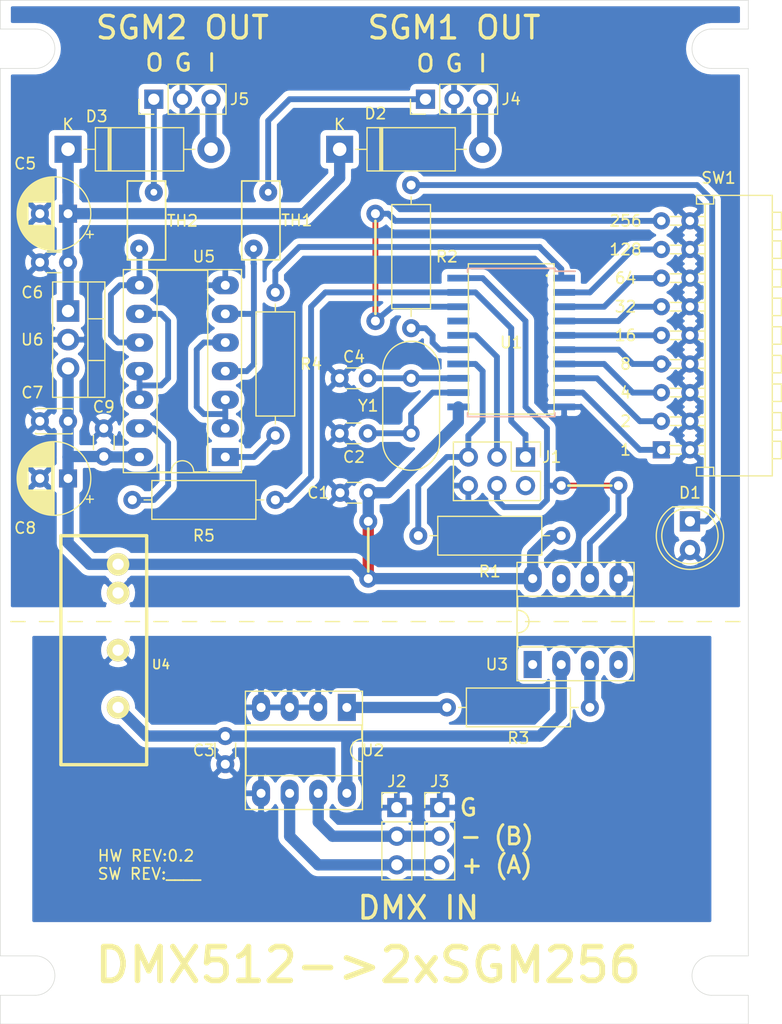
<source format=kicad_pcb>
(kicad_pcb (version 20171130) (host pcbnew "(5.1.5)-3")
  (title_block (title DMX2SGM) (date 13.09.2019) (rev 0.2) (company Gabs'e) (comment 1 "CC BY-NC-SA"))
  (layers (0 F.Cu signal) (31 B.Cu signal) (34 B.Paste user) (35 F.Paste user) (36 B.SilkS user) (37 F.SilkS user) (38 B.Mask user) (39 F.Mask user) (44 Edge.Cuts user))
  (net 0 "")
  (net 1 +5VD)
  (net 2 GNDD)
  (net 3 +5V)
  (net 4 GND)
  (net 5 "Net-(C4-Pad1)")
  (net 6 +VSW)
  (net 7 "Net-(D1-Pad1)")
  (net 8 ICSP_MISO)
  (net 9 ICSP_SCL)
  (net 10 DMX)
  (net 11 RESET)
  (net 12 "Net-(J2-Pad3)")
  (net 13 "Net-(R2-Pad2)")
  (net 14 "Net-(TH1-Pad2)")
  (net 15 "Net-(TH2-Pad2)")
  (net 16 "Net-(C2-Pad2)")
  (net 17 "Net-(R3-Pad2)")
  (net 18 "Net-(R3-Pad1)")
  (net 19 "Net-(U5-Pad2)")
  (net 20 "Net-(U5-Pad11)")
  (net 21 SGM_OUT_1)
  (net 22 "Net-(D2-Pad2)")
  (net 23 "Net-(D3-Pad2)")
  (net 24 "Net-(J4-Pad1)")
  (net 25 /ADDRESS_8)
  (net 26 /ADDRESS_7)
  (net 27 /ADDRESS_6)
  (net 28 /ADDRESS_5)
  (net 29 /ADDRESS_4)
  (net 30 /ADDRESS_3)
  (net 31 /ADDRESS_2)
  (net 32 /ADDRESS_1)
  (net 33 /ADDRESS_0)
  (net 34 "Net-(J5-Pad1)")
  (net 35 "Net-(J2-Pad2)")
  (net 36 "Net-(R5-Pad1)")
  (net 37 "Net-(R4-Pad1)")
  (module Crystal:Crystal_HC49-4H_Vertical (layer F.Cu) (at 96.52 83.185 270)
    (fp_text reference Y1 (at 2.44 3.81 180) (layer F.SilkS))
    (fp_text value 12MHz)
    (pad 2 thru_hole circle (at 4.88 0 270) (size 1.5 1.5) (drill 0.8) (layers *.Cu *.Mask) (net 16 "Net-(C2-Pad2)"))
    (pad 1 thru_hole circle (at 0 0 270) (size 1.5 1.5) (drill 0.8) (layers *.Cu *.Mask) (net 5 "Net-(C4-Pad1)"))
  )
  (module Package_DIP:DIP-14_W7.62mm_Socket_LongPads (layer F.Cu) (at 80.01 90.17 180)
    (fp_text reference U5 (at 1.905 17.78) (layer F.SilkS))
    (fp_text value 74HC14)
    (pad 14 thru_hole oval (at 7.62 0 180) (size 2.4 1.6) (drill 0.8) (layers *.Cu *.Mask) (net 1 +5VD))
    (pad 7 thru_hole oval (at 0 15.24 180) (size 2.4 1.6) (drill 0.8) (layers *.Cu *.Mask) (net 2 GNDD))
    (pad 13 thru_hole oval (at 7.62 2.54 180) (size 2.4 1.6) (drill 0.8) (layers *.Cu *.Mask) (net 36 "Net-(R5-Pad1)"))
    (pad 6 thru_hole oval (at 0 12.7 180) (size 2.4 1.6) (drill 0.8) (layers *.Cu *.Mask) (net 14 "Net-(TH1-Pad2)"))
    (pad 12 thru_hole oval (at 7.62 5.08 180) (size 2.4 1.6) (drill 0.8) (layers *.Cu *.Mask) (net 20 "Net-(U5-Pad11)"))
    (pad 5 thru_hole oval (at 0 10.16 180) (size 2.4 1.6) (drill 0.8) (layers *.Cu *.Mask) (net 19 "Net-(U5-Pad2)"))
    (pad 11 thru_hole oval (at 7.62 7.62 180) (size 2.4 1.6) (drill 0.8) (layers *.Cu *.Mask) (net 20 "Net-(U5-Pad11)"))
    (pad 4 thru_hole oval (at 0 7.62 180) (size 2.4 1.6) (drill 0.8) (layers *.Cu *.Mask) (net 14 "Net-(TH1-Pad2)"))
    (pad 10 thru_hole oval (at 7.62 10.16 180) (size 2.4 1.6) (drill 0.8) (layers *.Cu *.Mask) (net 15 "Net-(TH2-Pad2)"))
    (pad 3 thru_hole oval (at 0 5.08 180) (size 2.4 1.6) (drill 0.8) (layers *.Cu *.Mask) (net 19 "Net-(U5-Pad2)"))
    (pad 9 thru_hole oval (at 7.62 12.7 180) (size 2.4 1.6) (drill 0.8) (layers *.Cu *.Mask) (net 20 "Net-(U5-Pad11)"))
    (pad 2 thru_hole oval (at 0 2.54 180) (size 2.4 1.6) (drill 0.8) (layers *.Cu *.Mask) (net 19 "Net-(U5-Pad2)"))
    (pad 8 thru_hole oval (at 7.62 15.24 180) (size 2.4 1.6) (drill 0.8) (layers *.Cu *.Mask) (net 15 "Net-(TH2-Pad2)"))
    (pad 1 thru_hole rect (at 0 0 180) (size 2.4 1.6) (drill 0.8) (layers *.Cu *.Mask) (net 37 "Net-(R4-Pad1)"))
  )
  (module Package_TO_SOT_THT:TO-220-3_Vertical (layer F.Cu) (at 66.04 77.216 270)
    (fp_text reference U6 (at 2.54 3.175 180) (layer F.SilkS))
    (fp_text value 7805)
    (pad 3 thru_hole oval (at 5.08 0 270) (size 1.905 2) (drill 1.1) (layers *.Cu *.Mask) (net 1 +5VD))
    (pad 2 thru_hole oval (at 2.54 0 270) (size 1.905 2) (drill 1.1) (layers *.Cu *.Mask) (net 2 GNDD))
    (pad 1 thru_hole rect (at 0 0 270) (size 1.905 2) (drill 1.1) (layers *.Cu *.Mask) (net 6 +VSW))
  )
  (module Capacitor_THT:C_Disc_D3.0mm_W2.0mm_P2.50mm (layer F.Cu) (at 66.04 86.995 180)
    (fp_text reference C7 (at 3.175 2.54) (layer F.SilkS))
    (fp_text value 100n)
    (pad 2 thru_hole circle (at 2.5 0 180) (size 1.6 1.6) (drill 0.8) (layers *.Cu *.Mask) (net 2 GNDD))
    (pad 1 thru_hole circle (at 0 0 180) (size 1.6 1.6) (drill 0.8) (layers *.Cu *.Mask) (net 1 +5VD))
  )
  (module Capacitor_THT:C_Disc_D3.0mm_W1.6mm_P2.50mm (layer F.Cu) (at 69.215 90.13 90)
    (fp_text reference C9 (at 4.405 0 180) (layer F.SilkS))
    (fp_text value 100n)
    (pad 2 thru_hole circle (at 2.5 0 90) (size 1.6 1.6) (drill 0.8) (layers *.Cu *.Mask) (net 2 GNDD))
    (pad 1 thru_hole circle (at 0 0 90) (size 1.6 1.6) (drill 0.8) (layers *.Cu *.Mask) (net 1 +5VD))
  )
  (module Capacitor_THT:CP_Radial_D6.3mm_P2.50mm (layer F.Cu) (at 66.04 92.075 180)
    (fp_text reference C8 (at 3.81 -4.4) (layer F.SilkS))
    (fp_text value 1µ)
    (pad 2 thru_hole circle (at 2.5 0 180) (size 1.6 1.6) (drill 0.8) (layers *.Cu *.Mask) (net 2 GNDD))
    (pad 1 thru_hole rect (at 0 0 180) (size 1.6 1.6) (drill 0.8) (layers *.Cu *.Mask) (net 1 +5VD))
  )
  (module Capacitor_THT:C_Disc_D3.0mm_W1.6mm_P2.50mm (layer F.Cu) (at 66.04 72.898 180)
    (fp_text reference C6 (at 3.175 -2.667) (layer F.SilkS))
    (fp_text value 100n)
    (pad 2 thru_hole circle (at 2.5 0 180) (size 1.6 1.6) (drill 0.8) (layers *.Cu *.Mask) (net 2 GNDD))
    (pad 1 thru_hole circle (at 0 0 180) (size 1.6 1.6) (drill 0.8) (layers *.Cu *.Mask) (net 6 +VSW))
  )
  (module Capacitor_THT:CP_Radial_D6.3mm_P2.50mm (layer F.Cu) (at 66.04 68.58 180)
    (fp_text reference C5 (at 3.81 4.445) (layer F.SilkS))
    (fp_text value 10µ)
    (pad 2 thru_hole circle (at 2.5 0 180) (size 1.6 1.6) (drill 0.8) (layers *.Cu *.Mask) (net 2 GNDD))
    (pad 1 thru_hole rect (at 0 0 180) (size 1.6 1.6) (drill 0.8) (layers *.Cu *.Mask) (net 6 +VSW))
  )
  (module Package_DIP:DIP-8_W7.62mm_Socket_LongPads (layer F.Cu) (at 107.315 108.585 90)
    (fp_text reference U3 (at 0 -3.175) (layer F.SilkS))
    (fp_text value 6N137)
    (pad 8 thru_hole oval (at 7.62 0 90) (size 2.4 1.6) (drill 0.8) (layers *.Cu *.Mask) (net 1 +5VD))
    (pad 4 thru_hole oval (at 0 7.62 90) (size 2.4 1.6) (drill 0.8) (layers *.Cu *.Mask))
    (pad 7 thru_hole oval (at 7.62 2.54 90) (size 2.4 1.6) (drill 0.8) (layers *.Cu *.Mask))
    (pad 3 thru_hole oval (at 0 5.08 90) (size 2.4 1.6) (drill 0.8) (layers *.Cu *.Mask) (net 18 "Net-(R3-Pad1)"))
    (pad 6 thru_hole oval (at 7.62 5.08 90) (size 2.4 1.6) (drill 0.8) (layers *.Cu *.Mask) (net 10 DMX))
    (pad 2 thru_hole oval (at 0 2.54 90) (size 2.4 1.6) (drill 0.8) (layers *.Cu *.Mask) (net 3 +5V))
    (pad 5 thru_hole oval (at 7.62 7.62 90) (size 2.4 1.6) (drill 0.8) (layers *.Cu *.Mask) (net 2 GNDD))
    (pad 1 thru_hole rect (at 0 0 90) (size 2.4 1.6) (drill 0.8) (layers *.Cu *.Mask))
  )
  (module Package_DIP:DIP-8_W7.62mm_Socket_LongPads (layer F.Cu) (at 90.805 112.395 270)
    (fp_text reference U2 (at 3.81 -2.33 180) (layer F.SilkS))
    (fp_text value 485)
    (pad 8 thru_hole oval (at 7.62 0 270) (size 2.4 1.6) (drill 0.8) (layers *.Cu *.Mask) (net 3 +5V))
    (pad 4 thru_hole oval (at 0 7.62 270) (size 2.4 1.6) (drill 0.8) (layers *.Cu *.Mask) (net 4 GND))
    (pad 7 thru_hole oval (at 7.62 2.54 270) (size 2.4 1.6) (drill 0.8) (layers *.Cu *.Mask) (net 35 "Net-(J2-Pad2)"))
    (pad 3 thru_hole oval (at 0 5.08 270) (size 2.4 1.6) (drill 0.8) (layers *.Cu *.Mask) (net 4 GND))
    (pad 6 thru_hole oval (at 7.62 5.08 270) (size 2.4 1.6) (drill 0.8) (layers *.Cu *.Mask) (net 12 "Net-(J2-Pad3)"))
    (pad 2 thru_hole oval (at 0 2.54 270) (size 2.4 1.6) (drill 0.8) (layers *.Cu *.Mask) (net 4 GND))
    (pad 5 thru_hole oval (at 7.62 7.62 270) (size 2.4 1.6) (drill 0.8) (layers *.Cu *.Mask) (net 4 GND))
    (pad 1 thru_hole rect (at 0 0 270) (size 2.4 1.6) (drill 0.8) (layers *.Cu *.Mask) (net 17 "Net-(R3-Pad2)"))
  )
  (module Varistor:RV_Disc_D7mm_W3.4mm_P5mm (layer F.Cu) (at 73.66 66.675 270)
    (fp_text reference TH2 (at 2.54 -2.54 180) (layer F.SilkS))
    (fp_text value B59990C0120A07)
    (pad 2 thru_hole circle (at 5 1.3 270) (size 1.6 1.6) (drill 0.6) (layers *.Cu *.Mask) (net 15 "Net-(TH2-Pad2)"))
    (pad 1 thru_hole circle (at 0 0 270) (size 1.6 1.6) (drill 0.6) (layers *.Cu *.Mask) (net 34 "Net-(J5-Pad1)"))
  )
  (module Varistor:RV_Disc_D7mm_W3.4mm_P5mm (layer F.Cu) (at 83.82 66.675 270)
    (fp_text reference TH1 (at 2.5 -2.54 180) (layer F.SilkS))
    (fp_text value B59990C0120A07)
    (pad 2 thru_hole circle (at 5 1.3 270) (size 1.6 1.6) (drill 0.6) (layers *.Cu *.Mask) (net 14 "Net-(TH1-Pad2)"))
    (pad 1 thru_hole circle (at 0 0 270) (size 1.6 1.6) (drill 0.6) (layers *.Cu *.Mask) (net 24 "Net-(J4-Pad1)"))
  )
  (module Resistor_THT:R_Axial_DIN0309_L9.0mm_D3.2mm_P12.70mm_Horizontal (layer F.Cu) (at 71.755 93.98)
    (fp_text reference R5 (at 6.35 3.175) (layer F.SilkS))
    (fp_text value 390R)
    (pad 2 thru_hole oval (at 12.7 0) (size 1.6 1.6) (drill 0.8) (layers *.Cu *.Mask) (net 8 ICSP_MISO))
    (pad 1 thru_hole circle (at 0 0) (size 1.6 1.6) (drill 0.8) (layers *.Cu *.Mask) (net 36 "Net-(R5-Pad1)"))
  )
  (module Resistor_THT:R_Axial_DIN0309_L9.0mm_D3.2mm_P12.70mm_Horizontal (layer F.Cu) (at 84.455 88.265 90)
    (fp_text reference R4 (at 6.35 3.175) (layer F.SilkS))
    (fp_text value 390R)
    (pad 2 thru_hole oval (at 12.7 0 90) (size 1.6 1.6) (drill 0.8) (layers *.Cu *.Mask) (net 21 SGM_OUT_1))
    (pad 1 thru_hole circle (at 0 0 90) (size 1.6 1.6) (drill 0.8) (layers *.Cu *.Mask) (net 37 "Net-(R4-Pad1)"))
  )
  (module Resistor_THT:R_Axial_DIN0309_L9.0mm_D3.2mm_P12.70mm_Horizontal (layer F.Cu) (at 112.395 112.395 180)
    (fp_text reference R3 (at 6.35 -2.72) (layer F.SilkS))
    (fp_text value 390R)
    (pad 2 thru_hole oval (at 12.7 0 180) (size 1.6 1.6) (drill 0.8) (layers *.Cu *.Mask) (net 17 "Net-(R3-Pad2)"))
    (pad 1 thru_hole circle (at 0 0 180) (size 1.6 1.6) (drill 0.8) (layers *.Cu *.Mask) (net 18 "Net-(R3-Pad1)"))
  )
  (module Resistor_THT:R_Axial_DIN0309_L9.0mm_D3.2mm_P12.70mm_Horizontal (layer F.Cu) (at 96.52 66.04 270)
    (fp_text reference R2 (at 6.35 -3.175 180) (layer F.SilkS))
    (fp_text value 390R)
    (pad 2 thru_hole oval (at 12.7 0 270) (size 1.6 1.6) (drill 0.8) (layers *.Cu *.Mask) (net 13 "Net-(R2-Pad2)"))
    (pad 1 thru_hole circle (at 0 0 270) (size 1.6 1.6) (drill 0.8) (layers *.Cu *.Mask) (net 7 "Net-(D1-Pad1)"))
  )
  (module Resistor_THT:R_Axial_DIN0309_L9.0mm_D3.2mm_P12.70mm_Horizontal (layer F.Cu) (at 97.155 97.155)
    (fp_text reference R1 (at 6.35 3.175) (layer F.SilkS))
    (fp_text value 2K2)
    (pad 2 thru_hole oval (at 12.7 0) (size 1.6 1.6) (drill 0.8) (layers *.Cu *.Mask) (net 1 +5VD))
    (pad 1 thru_hole circle (at 0 0) (size 1.6 1.6) (drill 0.8) (layers *.Cu *.Mask) (net 11 RESET))
  )
  (module Connector_PinHeader_2.54mm:PinHeader_1x03_P2.54mm_Vertical (layer F.Cu) (at 73.66 58.42 90)
    (fp_text reference J5 (at 0 7.62 180) (layer F.SilkS))
    (fp_text value Conn_01x03)
    (pad 3 thru_hole oval (at 0 5.08 90) (size 1.7 1.7) (drill 1) (layers *.Cu *.Mask) (net 23 "Net-(D3-Pad2)"))
    (pad 2 thru_hole oval (at 0 2.54 90) (size 1.7 1.7) (drill 1) (layers *.Cu *.Mask) (net 2 GNDD))
    (pad 1 thru_hole rect (at 0 0 90) (size 1.7 1.7) (drill 1) (layers *.Cu *.Mask) (net 34 "Net-(J5-Pad1)"))
  )
  (module Connector_PinHeader_2.54mm:PinHeader_1x03_P2.54mm_Vertical (layer F.Cu) (at 97.79 58.42 90)
    (fp_text reference J4 (at 0 7.62 180) (layer F.SilkS))
    (fp_text value Conn_01x03)
    (pad 3 thru_hole oval (at 0 5.08 90) (size 1.7 1.7) (drill 1) (layers *.Cu *.Mask) (net 22 "Net-(D2-Pad2)"))
    (pad 2 thru_hole oval (at 0 2.54 90) (size 1.7 1.7) (drill 1) (layers *.Cu *.Mask) (net 2 GNDD))
    (pad 1 thru_hole rect (at 0 0 90) (size 1.7 1.7) (drill 1) (layers *.Cu *.Mask) (net 24 "Net-(J4-Pad1)"))
  )
  (module Connector_PinHeader_2.54mm:PinHeader_1x03_P2.54mm_Vertical (layer F.Cu) (at 99.06 121.285)
    (fp_text reference J3 (at 0 -2.33) (layer F.SilkS))
    (fp_text value Conn_01x03)
    (pad 3 thru_hole oval (at 0 5.08) (size 1.7 1.7) (drill 1) (layers *.Cu *.Mask) (net 12 "Net-(J2-Pad3)"))
    (pad 2 thru_hole oval (at 0 2.54) (size 1.7 1.7) (drill 1) (layers *.Cu *.Mask) (net 35 "Net-(J2-Pad2)"))
    (pad 1 thru_hole rect (at 0 0) (size 1.7 1.7) (drill 1) (layers *.Cu *.Mask) (net 4 GND))
  )
  (module Connector_PinHeader_2.54mm:PinHeader_1x03_P2.54mm_Vertical (layer F.Cu) (at 95.25 121.285)
    (fp_text reference J2 (at 0 -2.33) (layer F.SilkS))
    (fp_text value Conn_01x03)
    (pad 3 thru_hole oval (at 0 5.08) (size 1.7 1.7) (drill 1) (layers *.Cu *.Mask) (net 12 "Net-(J2-Pad3)"))
    (pad 2 thru_hole oval (at 0 2.54) (size 1.7 1.7) (drill 1) (layers *.Cu *.Mask) (net 35 "Net-(J2-Pad2)"))
    (pad 1 thru_hole rect (at 0 0) (size 1.7 1.7) (drill 1) (layers *.Cu *.Mask) (net 4 GND))
  )
  (module Connector_PinHeader_2.54mm:PinHeader_2x03_P2.54mm_Vertical (layer F.Cu) (at 106.68 90.17 270)
    (fp_text reference J1 (at 0 -2.33 180) (layer F.SilkS))
    (fp_text value AVR-ISP-6)
    (pad 6 thru_hole oval (at 2.54 5.08 270) (size 1.7 1.7) (drill 1) (layers *.Cu *.Mask) (net 2 GNDD))
    (pad 5 thru_hole oval (at 0 5.08 270) (size 1.7 1.7) (drill 1) (layers *.Cu *.Mask) (net 11 RESET))
    (pad 4 thru_hole oval (at 2.54 2.54 270) (size 1.7 1.7) (drill 1) (layers *.Cu *.Mask) (net 10 DMX))
    (pad 3 thru_hole oval (at 0 2.54 270) (size 1.7 1.7) (drill 1) (layers *.Cu *.Mask) (net 9 ICSP_SCL))
    (pad 2 thru_hole oval (at 2.54 0 270) (size 1.7 1.7) (drill 1) (layers *.Cu *.Mask))
    (pad 1 thru_hole rect (at 0 0 270) (size 1.7 1.7) (drill 1) (layers *.Cu *.Mask) (net 8 ICSP_MISO))
  )
  (module Diode_THT:D_DO-15_P12.70mm_Horizontal (layer F.Cu) (at 66.04 62.865)
    (fp_text reference D3 (at 2.54 -2.92) (layer F.SilkS))
    (fp_text value 1N4007)
    (fp_text user K (at 0 -2.2) (layer F.SilkS))
    (pad 2 thru_hole oval (at 12.7 0) (size 2.4 2.4) (drill 1.2) (layers *.Cu *.Mask) (net 23 "Net-(D3-Pad2)"))
    (pad 1 thru_hole rect (at 0 0) (size 2.4 2.4) (drill 1.2) (layers *.Cu *.Mask) (net 6 +VSW))
  )
  (module Diode_THT:D_DO-15_P12.70mm_Horizontal (layer F.Cu) (at 90.17 62.865)
    (fp_text reference D2 (at 3.175 -3.175) (layer F.SilkS))
    (fp_text value 1N4007)
    (fp_text user K (at 0 -2.2) (layer F.SilkS))
    (pad 2 thru_hole oval (at 12.7 0) (size 2.4 2.4) (drill 1.2) (layers *.Cu *.Mask) (net 22 "Net-(D2-Pad2)"))
    (pad 1 thru_hole rect (at 0 0) (size 2.4 2.4) (drill 1.2) (layers *.Cu *.Mask) (net 6 +VSW))
  )
  (module LED_THT:LED_D5.0mm (layer F.Cu) (at 121.285 95.885 270)
    (fp_text reference D1 (at -2.54 0 180) (layer F.SilkS))
    (fp_text value LED)
    (pad 2 thru_hole circle (at 2.54 0 270) (size 1.8 1.8) (drill 0.9) (layers *.Cu *.Mask) (net 2 GNDD))
    (pad 1 thru_hole rect (at 0 0 270) (size 1.8 1.8) (drill 0.9) (layers *.Cu *.Mask) (net 7 "Net-(D1-Pad1)"))
  )
  (module Capacitor_THT:C_Disc_D3.0mm_W1.6mm_P2.50mm (layer F.Cu) (at 92.67 83.185 180)
    (fp_text reference C4 (at 1.23 1.905) (layer F.SilkS))
    (fp_text value 22p)
    (pad 2 thru_hole circle (at 2.5 0 180) (size 1.6 1.6) (drill 0.8) (layers *.Cu *.Mask) (net 2 GNDD))
    (pad 1 thru_hole circle (at 0 0 180) (size 1.6 1.6) (drill 0.8) (layers *.Cu *.Mask) (net 5 "Net-(C4-Pad1)"))
  )
  (module Capacitor_THT:C_Disc_D3.0mm_W1.6mm_P2.50mm (layer F.Cu) (at 80.01 114.935 270)
    (fp_text reference C3 (at 1.27 1.905 180) (layer F.SilkS))
    (fp_text value 100n)
    (pad 2 thru_hole circle (at 2.5 0 270) (size 1.6 1.6) (drill 0.8) (layers *.Cu *.Mask) (net 4 GND))
    (pad 1 thru_hole circle (at 0 0 270) (size 1.6 1.6) (drill 0.8) (layers *.Cu *.Mask) (net 3 +5V))
  )
  (module Capacitor_THT:C_Disc_D3.0mm_W1.6mm_P2.50mm (layer F.Cu) (at 90.17 88.0745)
    (fp_text reference C2 (at 1.27 2.0955) (layer F.SilkS))
    (fp_text value 22p)
    (pad 2 thru_hole circle (at 2.5 0) (size 1.6 1.6) (drill 0.8) (layers *.Cu *.Mask) (net 16 "Net-(C2-Pad2)"))
    (pad 1 thru_hole circle (at 0 0) (size 1.6 1.6) (drill 0.8) (layers *.Cu *.Mask) (net 2 GNDD))
  )
  (module Capacitor_THT:C_Disc_D3.0mm_W1.6mm_P2.50mm (layer F.Cu) (at 92.71 93.345 180)
    (fp_text reference C1 (at 4.445 0) (layer F.SilkS))
    (fp_text value 100n)
    (pad 2 thru_hole circle (at 2.5 0 180) (size 1.6 1.6) (drill 0.8) (layers *.Cu *.Mask) (net 2 GNDD))
    (pad 1 thru_hole circle (at 0 0 180) (size 1.6 1.6) (drill 0.8) (layers *.Cu *.Mask) (net 1 +5VD))
  )
  (module Wire_Pads:SolderWirePad_single_0-8mmDrill (layer F.Cu) (at 92.71 95.885)
    (fp_text reference REF** hide)
    (fp_text value SolderWirePad_single_0-8mmDrill hide)
    (pad 1 thru_hole oval (at 0 0) (size 1.6 1.6) (drill 0.8) (layers *.Cu *.Mask) (net 1 +5VD))
  )
  (module Wire_Pads:SolderWirePad_single_0-8mmDrill (layer F.Cu) (at 92.71 100.965)
    (fp_text reference REF** hide)
    (fp_text value SolderWirePad_single_0-8mmDrill hide)
    (pad 1 thru_hole oval (at 0 0) (size 1.6 1.6) (drill 0.8) (layers *.Cu *.Mask) (net 1 +5VD))
  )
  (module Wire_Pads:SolderWirePad_single_0-8mmDrill (layer F.Cu) (at 109.855 92.71)
    (fp_text reference REF** hide)
    (fp_text value SolderWirePad_single_0-8mmDrill hide)
    (pad 1 thru_hole oval (at 0 0) (size 1.6 1.6) (drill 0.8) (layers *.Cu *.Mask) (net 10 DMX))
  )
  (module Wire_Pads:SolderWirePad_single_0-8mmDrill (layer F.Cu) (at 114.935 92.71)
    (fp_text reference REF** hide)
    (fp_text value SolderWirePad_single_0-8mmDrill hide)
    (pad 1 thru_hole oval (at 0 0) (size 1.6 1.6) (drill 0.8) (layers *.Cu *.Mask) (net 10 DMX))
  )
  (module Wire_Pads:SolderWirePad_single_0-8mmDrill (layer F.Cu) (at 93.345 68.58)
    (fp_text reference REF** hide)
    (fp_text value SolderWirePad_single_0-8mmDrill hide)
    (pad 1 thru_hole oval (at 0 0) (size 1.6 1.6) (drill 0.8) (layers *.Cu *.Mask) (net 25 /ADDRESS_8))
  )
  (module Wire_Pads:SolderWirePad_single_0-8mmDrill (layer F.Cu) (at 93.345 78.105)
    (fp_text reference REF** hide)
    (fp_text value SolderWirePad_single_0-8mmDrill hide)
    (pad 1 thru_hole oval (at 0 0) (size 1.6 1.6) (drill 0.8) (layers *.Cu *.Mask) (net 25 /ADDRESS_8))
  )
  (module manuf:BD09AV (layer F.Cu) (at 118.745 89.535)
    (fp_text reference SW1 (at 5.08 -24.13) (layer F.SilkS))
    (fp_text value BD09AV)
    (pad 18 thru_hole circle (at 2.54 0) (size 1.524 1.524) (drill 0.762) (layers *.Cu *.Mask) (net 2 GNDD))
    (pad 17 thru_hole circle (at 2.54 -2.54) (size 1.524 1.524) (drill 0.762) (layers *.Cu *.Mask) (net 2 GNDD))
    (pad 16 thru_hole circle (at 2.54 -5.08) (size 1.524 1.524) (drill 0.762) (layers *.Cu *.Mask) (net 2 GNDD))
    (pad 15 thru_hole circle (at 2.54 -7.62) (size 1.524 1.524) (drill 0.762) (layers *.Cu *.Mask) (net 2 GNDD))
    (pad 14 thru_hole circle (at 2.54 -10.16) (size 1.524 1.524) (drill 0.762) (layers *.Cu *.Mask) (net 2 GNDD))
    (pad 13 thru_hole circle (at 2.54 -12.7) (size 1.524 1.524) (drill 0.762) (layers *.Cu *.Mask) (net 2 GNDD))
    (pad 12 thru_hole circle (at 2.54 -15.24) (size 1.524 1.524) (drill 0.762) (layers *.Cu *.Mask) (net 2 GNDD))
    (pad 11 thru_hole circle (at 2.54 -17.78) (size 1.524 1.524) (drill 0.762) (layers *.Cu *.Mask) (net 2 GNDD))
    (pad 10 thru_hole circle (at 2.54 -20.32) (size 1.524 1.524) (drill 0.762) (layers *.Cu *.Mask) (net 2 GNDD))
    (pad 9 thru_hole circle (at 0 -20.32) (size 1.524 1.524) (drill 0.762) (layers *.Cu *.Mask) (net 25 /ADDRESS_8))
    (pad 8 thru_hole circle (at 0 -17.78) (size 1.524 1.524) (drill 0.762) (layers *.Cu *.Mask) (net 26 /ADDRESS_7))
    (pad 7 thru_hole circle (at 0 -15.24) (size 1.524 1.524) (drill 0.762) (layers *.Cu *.Mask) (net 27 /ADDRESS_6))
    (pad 6 thru_hole circle (at 0 -12.7) (size 1.524 1.524) (drill 0.762) (layers *.Cu *.Mask) (net 28 /ADDRESS_5))
    (pad 5 thru_hole circle (at 0 -10.16) (size 1.524 1.524) (drill 0.762) (layers *.Cu *.Mask) (net 29 /ADDRESS_4))
    (pad 4 thru_hole circle (at 0 -7.62) (size 1.524 1.524) (drill 0.762) (layers *.Cu *.Mask) (net 30 /ADDRESS_3))
    (pad 3 thru_hole circle (at 0 -5.08) (size 1.524 1.524) (drill 0.762) (layers *.Cu *.Mask) (net 31 /ADDRESS_2))
    (pad 2 thru_hole circle (at 0 -2.54) (size 1.524 1.524) (drill 0.762) (layers *.Cu *.Mask) (net 32 /ADDRESS_1))
    (pad 1 thru_hole rect (at 0 0) (size 1.524 1.524) (drill 0.762) (layers *.Cu *.Mask) (net 33 /ADDRESS_0))
  )
  (module manuf:RECOM-REE-0505S (layer F.Cu) (at 70.485 107.315 270)
    (fp_text reference U4 (at 1.27 -3.81 180) (layer F.SilkS) (effects (font (size 0.8 0.8))))
    (fp_text value REE-0505S)
    (pad 1 thru_hole circle (at -7.62 0 270) (size 2 2) (drill 1) (layers *.Cu *.Mask F.SilkS) (net 1 +5VD))
    (pad 2 thru_hole circle (at -5.08 0 270) (size 2 2) (drill 1) (layers *.Cu *.Mask F.SilkS) (net 2 GNDD))
    (pad 4 thru_hole circle (at 0 0 270) (size 2 2) (drill 1) (layers *.Cu *.Mask F.SilkS) (net 4 GND))
    (pad 6 thru_hole circle (at 5.08 0 270) (size 2 2) (drill 1) (layers *.Cu *.Mask F.SilkS) (net 3 +5V))
  )
  (module Housings_SOIC:SOIC-20W_7.5x12.8mm_Pitch1.27mm (layer B.Cu) (at 105.41 80.01 180)
    (fp_text reference U1 (at 0 0 180) (layer F.SilkS))
    (fp_text value ATtiny1634)
    (pad 1 smd rect (at -4.7 5.715 180) (size 1.95 0.6) (layers B.Cu B.Paste B.Mask) (net 21 SGM_OUT_1))
    (pad 2 smd rect (at -4.7 4.445 180) (size 1.95 0.6) (layers B.Cu B.Paste B.Mask) (net 26 /ADDRESS_7))
    (pad 3 smd rect (at -4.7 3.175 180) (size 1.95 0.6) (layers B.Cu B.Paste B.Mask) (net 27 /ADDRESS_6))
    (pad 4 smd rect (at -4.7 1.905 180) (size 1.95 0.6) (layers B.Cu B.Paste B.Mask) (net 28 /ADDRESS_5))
    (pad 5 smd rect (at -4.7 0.635 180) (size 1.95 0.6) (layers B.Cu B.Paste B.Mask) (net 29 /ADDRESS_4))
    (pad 6 smd rect (at -4.7 -0.635 180) (size 1.95 0.6) (layers B.Cu B.Paste B.Mask) (net 30 /ADDRESS_3))
    (pad 7 smd rect (at -4.7 -1.905 180) (size 1.95 0.6) (layers B.Cu B.Paste B.Mask) (net 31 /ADDRESS_2))
    (pad 8 smd rect (at -4.7 -3.175 180) (size 1.95 0.6) (layers B.Cu B.Paste B.Mask) (net 32 /ADDRESS_1))
    (pad 9 smd rect (at -4.7 -4.445 180) (size 1.95 0.6) (layers B.Cu B.Paste B.Mask) (net 33 /ADDRESS_0))
    (pad 10 smd rect (at -4.7 -5.715 180) (size 1.95 0.6) (layers B.Cu B.Paste B.Mask) (net 2 GNDD))
    (pad 11 smd rect (at 4.7 -5.715 180) (size 1.95 0.6) (layers B.Cu B.Paste B.Mask) (net 1 +5VD))
    (pad 12 smd rect (at 4.7 -4.445 180) (size 1.95 0.6) (layers B.Cu B.Paste B.Mask) (net 16 "Net-(C2-Pad2)"))
    (pad 13 smd rect (at 4.7 -3.175 180) (size 1.95 0.6) (layers B.Cu B.Paste B.Mask) (net 5 "Net-(C4-Pad1)"))
    (pad 14 smd rect (at 4.7 -1.905 180) (size 1.95 0.6) (layers B.Cu B.Paste B.Mask) (net 11 RESET))
    (pad 15 smd rect (at 4.7 -0.635 180) (size 1.95 0.6) (layers B.Cu B.Paste B.Mask) (net 13 "Net-(R2-Pad2)"))
    (pad 16 smd rect (at 4.7 0.635 180) (size 1.95 0.6) (layers B.Cu B.Paste B.Mask) (net 9 ICSP_SCL))
    (pad 17 smd rect (at 4.7 1.905 180) (size 1.95 0.6) (layers B.Cu B.Paste B.Mask))
    (pad 18 smd rect (at 4.7 3.175 180) (size 1.95 0.6) (layers B.Cu B.Paste B.Mask) (net 25 /ADDRESS_8))
    (pad 19 smd rect (at 4.7 4.445 180) (size 1.95 0.6) (layers B.Cu B.Paste B.Mask) (net 8 ICSP_MISO))
    (pad 20 smd rect (at 4.7 5.715 180) (size 1.95 0.6) (layers B.Cu B.Paste B.Mask) (net 10 DMX))
  )
  (gr_text "SGM2 OUT" (at 76.2 52.07) (layer F.SilkS) (effects (font (size 2 2) (thickness 0.3))))
  (gr_line (start 126.47 49.64) (end 126.47 52.19) (layer Edge.Cuts) (width 0.05))
  (gr_line (start 60.02 52.19) (end 60.02 49.64) (layer Edge.Cuts) (width 0.05))
  (gr_line (start 126.47 49.64) (end 60.02 49.64) (layer Edge.Cuts) (width 0.05))
  (gr_line (start 60.02 140.49) (end 126.47 140.49) (layer Edge.Cuts) (width 0.05))
  (gr_line (start 92.71 96.52) (end 92.71 100.33) (layer F.SilkS) (width 0.24))
  (gr_line (start 110.49 92.71) (end 114.3 92.71) (layer F.SilkS) (width 0.24))
  (gr_line (start 93.345 69.215) (end 93.345 77.47) (layer F.SilkS) (width 0.24))
  (gr_text "HW REV:0.2\nSW REV:____" (at 68.58 126.365) (layer F.SilkS) (effects (font (size 1 1)) (justify left)))
  (gr_text . (at 108.585 73.66) (layer F.SilkS) (effects (font (size 1 1))))
  (gr_line (start 101.6 86.36) (end 101.6 73.025) (layer F.SilkS) (width 0.12))
  (gr_line (start 109.22 86.36) (end 101.6 86.36) (layer F.SilkS) (width 0.12))
  (gr_line (start 109.22 73.025) (end 109.22 86.36) (layer F.SilkS) (width 0.12))
  (gr_line (start 101.6 73.025) (end 109.22 73.025) (layer F.SilkS) (width 0.12))
  (gr_text 256 (at 115.57 69.215) (layer F.SilkS) (effects (font (size 1 1))))
  (gr_text 128 (at 115.57 71.755) (layer F.SilkS) (effects (font (size 1 1))))
  (gr_text 64 (at 115.57 74.295) (layer F.SilkS) (effects (font (size 1 1))))
  (gr_text 32 (at 115.57 76.835) (layer F.SilkS) (effects (font (size 1 1))))
  (gr_text 16 (at 115.57 79.375) (layer F.SilkS) (effects (font (size 1 1))))
  (gr_text 8 (at 115.57 81.915) (layer F.SilkS) (effects (font (size 1 1))))
  (gr_text 4 (at 115.57 84.455) (layer F.SilkS) (effects (font (size 1 1))))
  (gr_text 2 (at 115.57 86.995) (layer F.SilkS) (effects (font (size 1 1))))
  (gr_text 1 (at 115.57 89.535) (layer F.SilkS) (effects (font (size 1 1))))
  (gr_text DMX512->2xSGM256 (at 92.71 135.255) (layer F.SilkS) (effects (font (size 3 3) (thickness 0.5))))
  (gr_text "SGM1 OUT" (at 100.33 52.07) (layer F.SilkS) (effects (font (size 2 2) (thickness 0.3))))
  (gr_line (start 125.73 104.775) (end 124.46 104.775) (layer F.SilkS) (width 0.12))
  (gr_line (start 123.19 104.775) (end 121.92 104.775) (layer F.SilkS) (width 0.12))
  (gr_line (start 120.65 104.775) (end 119.38 104.775) (layer F.SilkS) (width 0.12))
  (gr_line (start 118.11 104.775) (end 116.84 104.775) (layer F.SilkS) (width 0.12))
  (gr_line (start 115.57 104.775) (end 114.3 104.775) (layer F.SilkS) (width 0.12))
  (gr_line (start 113.03 104.775) (end 111.76 104.775) (layer F.SilkS) (width 0.12))
  (gr_line (start 110.49 104.775) (end 109.22 104.775) (layer F.SilkS) (width 0.12))
  (gr_line (start 107.95 104.775) (end 106.68 104.775) (layer F.SilkS) (width 0.12))
  (gr_line (start 105.41 104.775) (end 104.14 104.775) (layer F.SilkS) (width 0.12))
  (gr_line (start 102.87 104.775) (end 101.6 104.775) (layer F.SilkS) (width 0.12))
  (gr_line (start 100.33 104.775) (end 99.06 104.775) (layer F.SilkS) (width 0.12))
  (gr_line (start 97.79 104.775) (end 96.52 104.775) (layer F.SilkS) (width 0.12))
  (gr_line (start 95.25 104.775) (end 93.98 104.775) (layer F.SilkS) (width 0.12))
  (gr_line (start 92.71 104.775) (end 91.44 104.775) (layer F.SilkS) (width 0.12))
  (gr_line (start 90.17 104.775) (end 88.9 104.775) (layer F.SilkS) (width 0.12))
  (gr_line (start 87.63 104.775) (end 86.36 104.775) (layer F.SilkS) (width 0.12))
  (gr_line (start 85.09 104.775) (end 83.82 104.775) (layer F.SilkS) (width 0.12))
  (gr_line (start 82.55 104.775) (end 81.28 104.775) (layer F.SilkS) (width 0.12))
  (gr_line (start 80.01 104.775) (end 78.74 104.775) (layer F.SilkS) (width 0.12))
  (gr_line (start 77.47 104.775) (end 76.2 104.775) (layer F.SilkS) (width 0.12))
  (gr_line (start 74.93 104.775) (end 73.66 104.775) (layer F.SilkS) (width 0.12))
  (gr_line (start 72.39 104.775) (end 71.12 104.775) (layer F.SilkS) (width 0.12))
  (gr_line (start 69.85 104.775) (end 68.58 104.775) (layer F.SilkS) (width 0.12))
  (gr_line (start 67.31 104.775) (end 66.04 104.775) (layer F.SilkS) (width 0.12))
  (gr_line (start 64.77 104.775) (end 63.5 104.775) (layer F.SilkS) (width 0.12))
  (gr_line (start 62.23 104.775) (end 60.96 104.775) (layer F.SilkS) (width 0.12))
  (gr_text G (at 76.26 55.185) (layer F.SilkS) (effects (font (size 1.5 1.5) (thickness 0.25))))
  (gr_text O (at 73.72 55.185) (layer F.SilkS) (effects (font (size 1.5 1.5) (thickness 0.25))))
  (gr_text I (at 78.8 55.185) (layer F.SilkS) (effects (font (size 1.5 1.5) (thickness 0.25))))
  (gr_text I (at 102.87 55.245) (layer F.SilkS) (effects (font (size 1.5 1.5) (thickness 0.25))))
  (gr_text O (at 97.79 55.245) (layer F.SilkS) (effects (font (size 1.5 1.5) (thickness 0.25))))
  (gr_text G (at 100.33 55.245) (layer F.SilkS) (effects (font (size 1.5 1.5) (thickness 0.25))))
  (gr_text G (at 101.6 121.285) (layer F.SilkS) (effects (font (size 1.5 1.5) (thickness 0.25))))
  (gr_text "- (B)" (at 104.14 123.825) (layer F.SilkS) (effects (font (size 1.5 1.5) (thickness 0.25))))
  (gr_text "+ (A)" (at 104.14 126.365) (layer F.SilkS) (effects (font (size 1.5 1.5) (thickness 0.25))))
  (gr_text "DMX IN" (at 97.155 130.175) (layer F.SilkS) (effects (font (size 2 2) (thickness 0.3))))
  (gr_line (start 60.02 55.69) (end 60.02 134.44) (layer Edge.Cuts) (width 0.05))
  (gr_line (start 60.02 140.49) (end 60.02 137.94) (layer Edge.Cuts) (width 0.05))
  (gr_line (start 126.47 137.94) (end 126.47 140.49) (layer Edge.Cuts) (width 0.05))
  (gr_line (start 126.47 134.44) (end 126.47 55.69) (layer Edge.Cuts) (width 0.05))
  (gr_line (start 63.12 55.69) (end 60.02 55.69) (layer Edge.Cuts) (width 0.05))
  (gr_line (start 63.12 52.19) (end 60.02 52.19) (layer Edge.Cuts) (width 0.05))
  (gr_line (start 63.12 134.44) (end 60.02 134.44) (layer Edge.Cuts) (width 0.05))
  (gr_line (start 63.12 137.94) (end 60.02 137.94) (layer Edge.Cuts) (width 0.05))
  (gr_line (start 123.22 137.94) (end 126.47 137.94) (layer Edge.Cuts) (width 0.05))
  (gr_line (start 123.22 134.44) (end 126.47 134.44) (layer Edge.Cuts) (width 0.05))
  (gr_line (start 123.22 55.69) (end 126.47 55.69) (layer Edge.Cuts) (width 0.05))
  (gr_line (start 123.22 52.19) (end 126.47 52.19) (layer Edge.Cuts) (width 0.05))
  (gr_arc (start 123.22 53.94) (end 123.22 52.19) (angle -180) (layer Edge.Cuts) (width 0.05))
  (gr_arc (start 123.22 136.19) (end 123.22 134.44) (angle -180) (layer Edge.Cuts) (width 0.05))
  (gr_arc (start 63.12 136.19) (end 63.12 137.94) (angle -180) (layer Edge.Cuts) (width 0.05))
  (gr_arc (start 63.12 53.94) (end 63.12 55.69) (angle -180) (layer Edge.Cuts) (width 0.05))
  (segment (start 92.71 95.885) (end 92.71 100.965) (width 1) (layer F.Cu) (net 1))
  (segment (start 72.39 90.17) (end 69.85 90.17) (width 1) (layer B.Cu) (net 1))
  (segment (start 69.81 90.13) (end 69.85 90.17) (width 1) (layer B.Cu) (net 1))
  (segment (start 69.215 90.13) (end 69.81 90.13) (width 1) (layer B.Cu) (net 1))
  (segment (start 66.08 90.13) (end 66.04 90.17) (width 1) (layer B.Cu) (net 1))
  (segment (start 69.215 90.13) (end 66.08 90.13) (width 1) (layer B.Cu) (net 1))
  (segment (start 66.04 81.915) (end 66.04 90.17) (width 1) (layer B.Cu) (net 1))
  (segment (start 66.04 90.17) (end 66.04 97.79) (width 1) (layer B.Cu) (net 1))
  (segment (start 66.04 97.79) (end 67.945 99.695) (width 1) (layer B.Cu) (net 1))
  (segment (start 67.945 99.695) (end 70.485 99.695) (width 1) (layer B.Cu) (net 1))
  (segment (start 107.315 98.765) (end 108.925 97.155) (width 1) (layer B.Cu) (net 1))
  (segment (start 107.315 100.965) (end 107.315 98.765) (width 1) (layer B.Cu) (net 1))
  (segment (start 108.925 97.155) (end 109.855 97.155) (width 1) (layer B.Cu) (net 1))
  (segment (start 93.345 100.965) (end 107.315 100.965) (width 1) (layer B.Cu) (net 1))
  (segment (start 100.71 87.07137) (end 100.71 85.725) (width 1) (layer B.Cu) (net 1))
  (segment (start 94.43637 93.345) (end 100.71 87.07137) (width 1) (layer B.Cu) (net 1))
  (segment (start 93.305 93.345) (end 94.43637 93.345) (width 1) (layer B.Cu) (net 1))
  (segment (start 92.71 93.345) (end 92.71 95.885) (width 1) (layer B.Cu) (net 1))
  (segment (start 92.71 100.965) (end 93.345 100.965) (width 1) (layer B.Cu) (net 1))
  (segment (start 92.71 100.965) (end 91.44 99.695) (width 1) (layer B.Cu) (net 1))
  (segment (start 91.44 99.695) (end 70.485 99.695) (width 1) (layer B.Cu) (net 1))
  (segment (start 90.805 120.015) (end 90.805 114.935) (width 1) (layer B.Cu) (net 3))
  (segment (start 109.855 113.03) (end 109.855 108.585) (width 1) (layer B.Cu) (net 3))
  (segment (start 107.95 114.935) (end 109.855 113.03) (width 1) (layer B.Cu) (net 3))
  (segment (start 70.485 112.395) (end 73.025 114.935) (width 1) (layer B.Cu) (net 3))
  (segment (start 73.025 114.935) (end 107.95 114.935) (width 1) (layer B.Cu) (net 3))
  (segment (start 100.71 83.185) (end 96.52 83.185) (width 0.52) (layer B.Cu) (net 5))
  (segment (start 96.52 83.185) (end 93.305 83.185) (width 0.52) (layer B.Cu) (net 5))
  (segment (start 66.04 62.865) (end 66.04 66.675) (width 1) (layer B.Cu) (net 6))
  (segment (start 66.04 62.865) (end 66.04 76.835) (width 1) (layer B.Cu) (net 6))
  (segment (start 66.04 68.58) (end 86.995 68.58) (width 1) (layer B.Cu) (net 6))
  (segment (start 86.995 68.58) (end 90.17 65.405) (width 1) (layer B.Cu) (net 6))
  (segment (start 90.17 65.405) (end 90.17 62.865) (width 1) (layer B.Cu) (net 6))
  (segment (start 122.705 95.885) (end 121.285 95.885) (width 0.52) (layer B.Cu) (net 7))
  (segment (start 123.265 95.325) (end 122.705 95.885) (width 0.52) (layer B.Cu) (net 7))
  (segment (start 123.265 67.385) (end 123.265 95.325) (width 0.52) (layer B.Cu) (net 7))
  (segment (start 121.92 66.04) (end 123.265 67.385) (width 0.52) (layer B.Cu) (net 7))
  (segment (start 96.52 66.04) (end 121.92 66.04) (width 0.52) (layer B.Cu) (net 7))
  (segment (start 102.235 75.565) (end 105.41 78.74) (width 0.52) (layer B.Cu) (net 8))
  (segment (start 105.41 86.895) (end 105.41 78.74) (width 0.52) (layer B.Cu) (net 8))
  (segment (start 102.235 75.565) (end 100.71 75.565) (width 0.52) (layer B.Cu) (net 8))
  (segment (start 106.68 88.165) (end 106.68 90.17) (width 0.52) (layer B.Cu) (net 8))
  (segment (start 105.41 86.995) (end 106.68 88.265) (width 0.52) (layer B.Cu) (net 8))
  (segment (start 87.63 76.835) (end 88.9 75.565) (width 0.52) (layer B.Cu) (net 8))
  (segment (start 87.63 91.93637) (end 87.63 76.835) (width 0.52) (layer B.Cu) (net 8))
  (segment (start 85.58637 93.98) (end 87.63 91.93637) (width 0.52) (layer B.Cu) (net 8))
  (segment (start 88.9 75.565) (end 100.71 75.565) (width 0.52) (layer B.Cu) (net 8))
  (segment (start 84.455 93.98) (end 85.58637 93.98) (width 0.52) (layer B.Cu) (net 8))
  (segment (start 104.14 81.28) (end 104.14 90.17) (width 0.52) (layer B.Cu) (net 9))
  (segment (start 104.14 81.28) (end 102.235 79.375) (width 0.52) (layer B.Cu) (net 9))
  (segment (start 102.235 79.375) (end 100.71 79.375) (width 0.52) (layer B.Cu) (net 9))
  (segment (start 102.87 74.295) (end 106.68 78.105) (width 0.52) (layer B.Cu) (net 10))
  (segment (start 106.68 78.105) (end 106.68 85.725) (width 0.52) (layer B.Cu) (net 10))
  (segment (start 104.14 92.71) (end 104.14 93.98) (width 0.52) (layer B.Cu) (net 10))
  (segment (start 104.14 93.98) (end 104.775 94.615) (width 0.52) (layer B.Cu) (net 10))
  (segment (start 110.49 92.71) (end 109.22 92.71) (width 0.52) (layer B.Cu) (net 10))
  (segment (start 114.935 92.71) (end 114.935 95.25) (width 0.52) (layer B.Cu) (net 10))
  (segment (start 114.935 95.25) (end 112.395 97.79) (width 0.52) (layer B.Cu) (net 10))
  (segment (start 112.395 100.965) (end 112.395 97.79) (width 0.52) (layer B.Cu) (net 10))
  (segment (start 107.95 94.615) (end 108.585 93.98) (width 0.52) (layer B.Cu) (net 10))
  (segment (start 104.775 94.615) (end 107.95 94.615) (width 0.52) (layer B.Cu) (net 10))
  (segment (start 106.68 85.725) (end 108.585 87.63) (width 0.52) (layer B.Cu) (net 10))
  (segment (start 108.585 93.98) (end 108.585 92.71) (width 0.52) (layer B.Cu) (net 10))
  (segment (start 108.585 92.71) (end 108.585 87.63) (width 0.52) (layer B.Cu) (net 10))
  (segment (start 108.585 92.71) (end 109.855 92.71) (width 0.52) (layer B.Cu) (net 10))
  (segment (start 114.935 92.71) (end 109.855 92.71) (width 0.52) (layer F.Cu) (net 10))
  (segment (start 102.87 74.295) (end 100.71 74.295) (width 0.52) (layer B.Cu) (net 10))
  (segment (start 101.6 88.265) (end 101.6 90.17) (width 0.52) (layer B.Cu) (net 11))
  (segment (start 102.87 86.995) (end 101.6 88.265) (width 0.52) (layer B.Cu) (net 11))
  (segment (start 102.87 82.55) (end 102.87 86.995) (width 0.52) (layer B.Cu) (net 11))
  (segment (start 102.235 81.915) (end 102.87 82.55) (width 0.52) (layer B.Cu) (net 11))
  (segment (start 101.6 90.17) (end 99.695 90.17) (width 0.52) (layer B.Cu) (net 11))
  (segment (start 102.235 81.915) (end 100.71 81.915) (width 0.52) (layer B.Cu) (net 11))
  (segment (start 97.155 97.155) (end 97.155 92.71) (width 0.52) (layer B.Cu) (net 11))
  (segment (start 99.695 90.17) (end 97.155 92.71) (width 0.52) (layer B.Cu) (net 11))
  (segment (start 85.725 123.825) (end 85.725 120.015) (width 1) (layer B.Cu) (net 12))
  (segment (start 99.06 126.365) (end 88.265 126.365) (width 1) (layer B.Cu) (net 12))
  (segment (start 88.265 126.365) (end 85.725 123.825) (width 1) (layer B.Cu) (net 12))
  (segment (start 98.425 79.375) (end 97.79 78.74) (width 0.52) (layer B.Cu) (net 13))
  (segment (start 98.425 80.01) (end 98.425 79.375) (width 0.52) (layer B.Cu) (net 13))
  (segment (start 97.79 78.74) (end 96.52 78.74) (width 0.52) (layer B.Cu) (net 13))
  (segment (start 99.06 80.645) (end 98.425 80.01) (width 0.52) (layer B.Cu) (net 13))
  (segment (start 100.71 80.645) (end 99.06 80.645) (width 0.52) (layer B.Cu) (net 13))
  (segment (start 80.01 77.47) (end 79.375 77.47) (width 0.52) (layer B.Cu) (net 14))
  (segment (start 81.915 82.55) (end 82.55 81.915) (width 0.52) (layer B.Cu) (net 14))
  (segment (start 80.01 82.55) (end 81.915 82.55) (width 0.52) (layer B.Cu) (net 14))
  (segment (start 80.01 77.47) (end 82.55 77.47) (width 0.52) (layer B.Cu) (net 14))
  (segment (start 82.55 81.915) (end 82.55 77.47) (width 0.52) (layer B.Cu) (net 14))
  (segment (start 80.01 77.47) (end 81.73 77.47) (width 0.52) (layer B.Cu) (net 14))
  (segment (start 82.52 72.995) (end 82.55 73.025) (width 0.52) (layer B.Cu) (net 14))
  (segment (start 82.52 71.675) (end 82.52 72.995) (width 0.52) (layer B.Cu) (net 14))
  (segment (start 82.55 77.47) (end 82.55 73.025) (width 0.52) (layer B.Cu) (net 14))
  (segment (start 82.55 73.025) (end 82.55 72.975) (width 0.52) (layer B.Cu) (net 14))
  (segment (start 72.47 74.85) (end 72.39 74.93) (width 0.52) (layer B.Cu) (net 15))
  (segment (start 72.39 71.705) (end 72.36 71.675) (width 0.52) (layer B.Cu) (net 15))
  (segment (start 72.39 74.93) (end 72.39 71.705) (width 0.52) (layer B.Cu) (net 15))
  (segment (start 70.67 74.93) (end 69.85 75.75) (width 0.52) (layer B.Cu) (net 15))
  (segment (start 72.39 74.93) (end 70.67 74.93) (width 0.52) (layer B.Cu) (net 15))
  (segment (start 69.85 79.375) (end 70.485 80.01) (width 0.52) (layer B.Cu) (net 15))
  (segment (start 69.85 75.75) (end 69.85 79.375) (width 0.52) (layer B.Cu) (net 15))
  (segment (start 72.39 80.01) (end 70.485 80.01) (width 0.52) (layer B.Cu) (net 15))
  (segment (start 96.52 86.36) (end 96.52 88.065) (width 0.52) (layer B.Cu) (net 16))
  (segment (start 100.71 84.455) (end 98.425 84.455) (width 0.52) (layer B.Cu) (net 16))
  (segment (start 98.425 84.455) (end 96.52 86.36) (width 0.52) (layer B.Cu) (net 16))
  (segment (start 93.3145 88.065) (end 93.305 88.0745) (width 0.52) (layer B.Cu) (net 16))
  (segment (start 96.52 88.065) (end 93.3145 88.065) (width 0.52) (layer B.Cu) (net 16))
  (segment (start 99.695 112.395) (end 90.805 112.395) (width 1) (layer B.Cu) (net 17))
  (segment (start 112.395 108.585) (end 112.395 112.395) (width 1) (layer B.Cu) (net 18))
  (segment (start 80.01 86.36) (end 80.01 85.09) (width 0.52) (layer B.Cu) (net 19))
  (segment (start 80.01 87.63) (end 80.01 86.36) (width 0.52) (layer B.Cu) (net 19))
  (segment (start 78.105 80.01) (end 80.01 80.01) (width 0.52) (layer B.Cu) (net 19))
  (segment (start 77.47 80.645) (end 78.105 80.01) (width 0.52) (layer B.Cu) (net 19))
  (segment (start 77.47 85.725) (end 77.47 80.645) (width 0.52) (layer B.Cu) (net 19))
  (segment (start 78.105 86.36) (end 77.47 85.725) (width 0.52) (layer B.Cu) (net 19))
  (segment (start 80.01 86.36) (end 78.105 86.36) (width 0.52) (layer B.Cu) (net 19))
  (segment (start 72.39 83.82) (end 72.39 82.55) (width 0.52) (layer B.Cu) (net 20))
  (segment (start 72.39 85.09) (end 72.39 84.455) (width 0.52) (layer B.Cu) (net 20))
  (segment (start 72.39 84.455) (end 72.39 83.82) (width 0.52) (layer B.Cu) (net 20))
  (segment (start 74.295 83.82) (end 72.39 83.82) (width 0.52) (layer B.Cu) (net 20))
  (segment (start 74.93 83.185) (end 74.295 83.82) (width 0.52) (layer B.Cu) (net 20))
  (segment (start 74.93 78.105) (end 74.93 83.185) (width 0.52) (layer B.Cu) (net 20))
  (segment (start 72.39 77.47) (end 74.295 77.47) (width 0.52) (layer B.Cu) (net 20))
  (segment (start 74.295 77.47) (end 74.93 78.105) (width 0.52) (layer B.Cu) (net 20))
  (segment (start 107.915 71.535) (end 109.855 73.475) (width 0.52) (layer B.Cu) (net 21))
  (segment (start 109.855 73.475) (end 109.855 74.295) (width 0.52) (layer B.Cu) (net 21))
  (segment (start 84.455 73.66) (end 84.455 75.565) (width 0.52) (layer B.Cu) (net 21))
  (segment (start 107.95 71.535) (end 86.58 71.535) (width 0.52) (layer B.Cu) (net 21))
  (segment (start 86.58 71.535) (end 84.455 73.66) (width 0.52) (layer B.Cu) (net 21))
  (segment (start 102.87 58.42) (end 102.87 63.5) (width 1) (layer B.Cu) (net 22))
  (segment (start 78.74 62.865) (end 78.74 58.42) (width 1) (layer B.Cu) (net 23))
  (segment (start 97.79 58.42) (end 85.725 58.42) (width 0.52) (layer B.Cu) (net 24))
  (segment (start 83.82 60.325) (end 85.725 58.42) (width 0.52) (layer B.Cu) (net 24))
  (segment (start 83.82 66.675) (end 83.82 60.325) (width 0.52) (layer B.Cu) (net 24))
  (segment (start 93.345 68.58) (end 93.345 78.105) (width 0.52) (layer F.Cu) (net 25))
  (segment (start 94.47637 68.58) (end 95.11137 69.215) (width 0.52) (layer B.Cu) (net 25))
  (segment (start 93.345 68.58) (end 94.47637 68.58) (width 0.52) (layer B.Cu) (net 25))
  (segment (start 95.11137 69.215) (end 118.745 69.215) (width 0.52) (layer B.Cu) (net 25))
  (segment (start 93.6 78.105) (end 93.345 78.105) (width 0.52) (layer B.Cu) (net 25))
  (segment (start 93.345 78.105) (end 94.87 76.835) (width 0.52) (layer B.Cu) (net 25))
  (segment (start 100.965 76.835) (end 94.87 76.835) (width 0.52) (layer B.Cu) (net 25))
  (segment (start 112.395 75.565) (end 116.205 71.755) (width 0.52) (layer B.Cu) (net 26))
  (segment (start 112.395 75.565) (end 110.11 75.565) (width 0.52) (layer B.Cu) (net 26))
  (segment (start 118.745 71.755) (end 116.205 71.755) (width 0.52) (layer B.Cu) (net 26))
  (segment (start 116.205 74.295) (end 113.665 76.835) (width 0.52) (layer B.Cu) (net 27))
  (segment (start 113.665 76.835) (end 110.11 76.835) (width 0.52) (layer B.Cu) (net 27))
  (segment (start 118.745 74.295) (end 116.205 74.295) (width 0.52) (layer B.Cu) (net 27))
  (segment (start 114.935 78.105) (end 116.205 76.835) (width 0.52) (layer B.Cu) (net 28))
  (segment (start 114.935 78.105) (end 110.11 78.105) (width 0.52) (layer B.Cu) (net 28))
  (segment (start 118.745 76.835) (end 116.205 76.835) (width 0.52) (layer B.Cu) (net 28))
  (segment (start 118.745 79.375) (end 110.11 79.375) (width 0.52) (layer B.Cu) (net 29))
  (segment (start 116.205 81.915) (end 114.935 80.645) (width 0.52) (layer B.Cu) (net 30))
  (segment (start 110.11 80.645) (end 114.935 80.645) (width 0.52) (layer B.Cu) (net 30))
  (segment (start 118.745 81.915) (end 119.38 81.915) (width 0.52) (layer B.Cu) (net 30))
  (segment (start 118.745 81.915) (end 116.205 81.915) (width 0.52) (layer B.Cu) (net 30))
  (segment (start 113.665 81.915) (end 110.11 81.915) (width 0.52) (layer B.Cu) (net 31))
  (segment (start 113.665 81.915) (end 116.205 84.455) (width 0.52) (layer B.Cu) (net 31))
  (segment (start 116.205 84.455) (end 118.745 84.455) (width 0.52) (layer B.Cu) (net 31))
  (segment (start 113.03 83.185) (end 110.11 83.185) (width 0.52) (layer B.Cu) (net 32))
  (segment (start 118.745 86.995) (end 116.84 86.995) (width 0.52) (layer B.Cu) (net 32))
  (segment (start 116.84 86.995) (end 113.03 83.185) (width 0.52) (layer B.Cu) (net 32))
  (segment (start 116.84 89.535) (end 111.76 84.455) (width 0.52) (layer B.Cu) (net 33))
  (segment (start 111.76 84.455) (end 110.11 84.455) (width 0.52) (layer B.Cu) (net 33))
  (segment (start 118.745 89.535) (end 116.84 89.535) (width 0.52) (layer B.Cu) (net 33))
  (segment (start 73.66 66.675) (end 73.66 58.42) (width 0.52) (layer B.Cu) (net 34))
  (segment (start 88.265 122.555) (end 88.265 120.015) (width 1) (layer B.Cu) (net 35))
  (segment (start 89.535 123.825) (end 88.265 122.555) (width 1) (layer B.Cu) (net 35))
  (segment (start 89.535 123.825) (end 99.06 123.825) (width 1) (layer B.Cu) (net 35))
  (segment (start 72.39 87.63) (end 72.79 87.63) (width 0.52) (layer B.Cu) (net 36))
  (segment (start 73.66 93.98) (end 74.93 92.71) (width 0.52) (layer B.Cu) (net 36))
  (segment (start 73.66 93.98) (end 71.755 93.98) (width 0.52) (layer B.Cu) (net 36))
  (segment (start 74.93 88.9) (end 73.66 87.63) (width 0.52) (layer B.Cu) (net 36))
  (segment (start 72.39 87.63) (end 73.66 87.63) (width 0.52) (layer B.Cu) (net 36))
  (segment (start 74.93 88.9) (end 74.93 92.71) (width 0.52) (layer B.Cu) (net 36))
  (segment (start 80.01 90.17) (end 82.55 90.17) (width 0.52) (layer B.Cu) (net 37))
  (segment (start 82.55 90.17) (end 84.455 88.265) (width 0.52) (layer B.Cu) (net 37))
  (zone (net 4) (net_name GND) (layer B.Cu) (connect_pads (clearance 0.508)) (min_thickness 0.254) (fill yes (arc_segments 32) (thermal_gap 0.508) (thermal_bridge_width 0.508))
    (polygon (pts (xy 123.19 106.045) (xy 62.865 106.045) (xy 62.865 131.445) (xy 123.19 131.445)))
  )
  (zone (net 2) (net_name GNDD) (layer B.Cu) (connect_pads (clearance 0.508)) (min_thickness 0.254) (fill yes (arc_segments 32) (thermal_gap 0.508) (thermal_bridge_width 0.508))
    (polygon (pts (xy 125.73 103.505) (xy 125.73 50.165) (xy 60.96 50.165) (xy 60.96 103.505)))
  )
)
</source>
